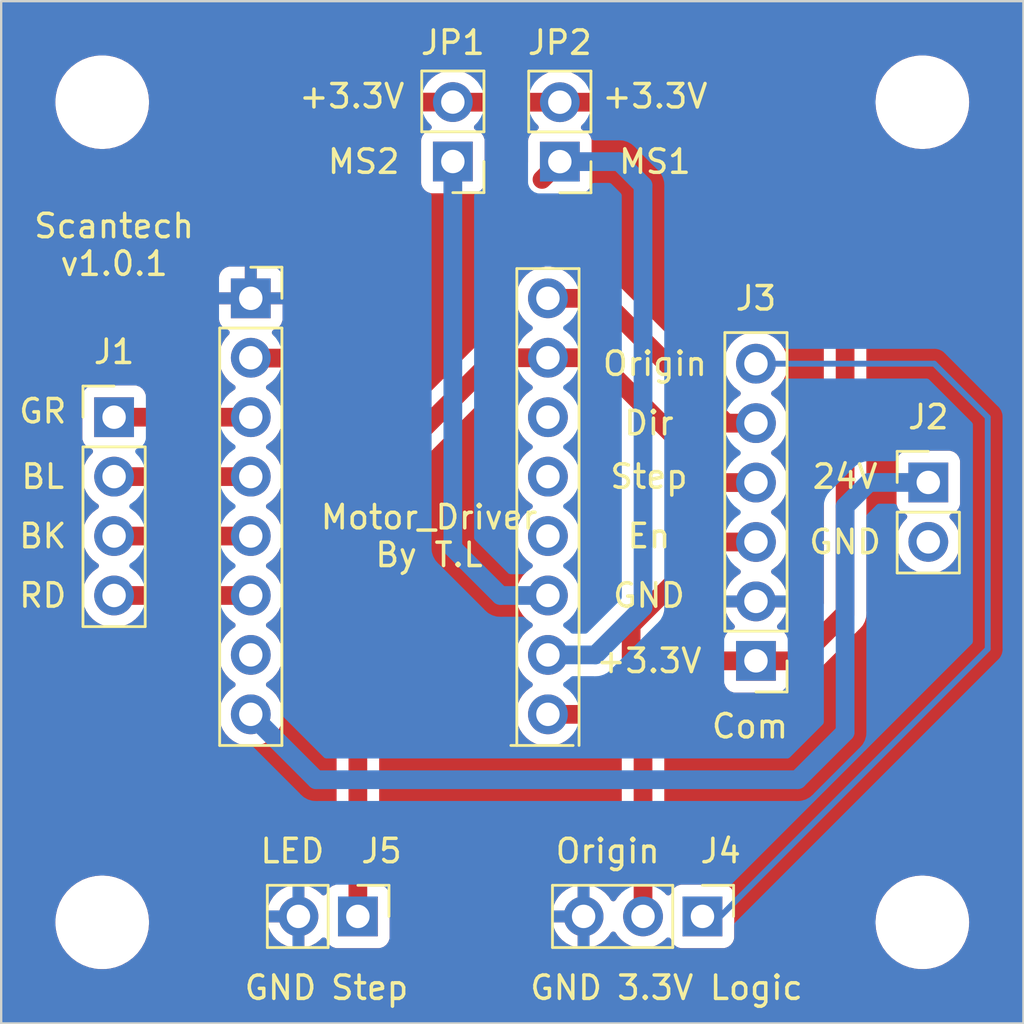
<source format=kicad_pcb>
(kicad_pcb (version 20221018) (generator pcbnew)
  (layers (0 "F.Cu" signal) (31 "B.Cu" signal) (34 "B.Paste" user) (35 "F.Paste" user) (36 "B.SilkS" user "B.Silkscreen") (37 "F.SilkS" user "F.Silkscreen") (38 "B.Mask" user) (39 "F.Mask" user) (44 "Edge.Cuts" user))
  (net 0 "")
  (net 1 "+3.3V")
  (net 2 "GND")
  (net 3 "Net-(J1-Pin_1)")
  (net 4 "Net-(J1-Pin_2)")
  (net 5 "Net-(J1-Pin_3)")
  (net 6 "Net-(J1-Pin_4)")
  (net 7 "Net-(J2-Pin_1)")
  (net 8 "Net-(J2-Pin_2)")
  (net 9 "Net-(J3-Pin_3)")
  (net 10 "Net-(J3-Pin_4)")
  (net 11 "Net-(J3-Pin_5)")
  (net 12 "Net-(J3-Pin_6)")
  (net 13 "Net-(JP1-A)")
  (net 14 "Net-(JP2-A)")
  (footprint "Connector_PinHeader_2.54mm:PinHeader_1x02_P2.54mm_Vertical" (layer "F.Cu") (at 198.628 97.028 180)
    (fp_text reference "JP2" (at 0 5.085) (layer "F.SilkS"))
    (fp_text value "Jumper_2_Open" hide)
    (fp_line (start -1.33 -1.33) (end 0 -1.33) (stroke (width 0.12)) (layer "F.SilkS"))
    (fp_line (start -1.33 0) (end -1.33 -1.33) (stroke (width 0.12)) (layer "F.SilkS"))
    (fp_line (start -1.33 1.27) (end -1.33 3.87) (stroke (width 0.12)) (layer "F.SilkS"))
    (fp_line (start -1.33 1.27) (end 1.33 1.27) (stroke (width 0.12)) (layer "F.SilkS"))
    (fp_line (start -1.33 3.87) (end 1.33 3.87) (stroke (width 0.12)) (layer "F.SilkS"))
    (fp_line (start 1.33 1.27) (end 1.33 3.87) (stroke (width 0.12)) (layer "F.SilkS"))
    (pad "1" thru_hole rect (at 0 0 180) (size 1.7 1.7) (drill 1) (layers "*.Cu" "*.Mask") (net 14 "Net-(JP2-A)"))
    (pad "2" thru_hole oval (at 0 2.54 180) (size 1.7 1.7) (drill 1) (layers "*.Cu" "*.Mask") (net 1 "+3.3V"))
  )
  (footprint "Connector_PinHeader_2.54mm:PinHeader_1x02_P2.54mm_Vertical" (layer "F.Cu") (at 189.997 129.286 -90)
    (fp_text reference "J5" (at -2.794 -1.011 180) (layer "F.SilkS"))
    (fp_text value "Conn_01x02" hide)
    (fp_line (start -1.33 -1.33) (end 0 -1.33) (stroke (width 0.12)) (layer "F.SilkS"))
    (fp_line (start -1.33 0) (end -1.33 -1.33) (stroke (width 0.12)) (layer "F.SilkS"))
    (fp_line (start -1.33 1.27) (end -1.33 3.87) (stroke (width 0.12)) (layer "F.SilkS"))
    (fp_line (start -1.33 1.27) (end 1.33 1.27) (stroke (width 0.12)) (layer "F.SilkS"))
    (fp_line (start -1.33 3.87) (end 1.33 3.87) (stroke (width 0.12)) (layer "F.SilkS"))
    (fp_line (start 1.33 1.27) (end 1.33 3.87) (stroke (width 0.12)) (layer "F.SilkS"))
    (pad "1" thru_hole rect (at 0 0 270) (size 1.7 1.7) (drill 1) (layers "*.Cu" "*.Mask") (net 10 "Net-(J3-Pin_4)"))
    (pad "2" thru_hole oval (at 0 2.54 270) (size 1.7 1.7) (drill 1) (layers "*.Cu" "*.Mask") (net 2 "GND"))
  )
  (footprint "Connector_PinHeader_2.54mm:PinHeader_1x06_P2.54mm_Vertical" (layer "F.Cu") (at 207.01 118.364 180)
    (fp_text reference "J3" (at 0 15.494) (layer "F.SilkS"))
    (fp_text value "Conn_01x06" hide)
    (fp_line (start -1.33 -1.33) (end 0 -1.33) (stroke (width 0.12)) (layer "F.SilkS"))
    (fp_line (start -1.33 0) (end -1.33 -1.33) (stroke (width 0.12)) (layer "F.SilkS"))
    (fp_line (start -1.33 1.27) (end -1.33 14.03) (stroke (width 0.12)) (layer "F.SilkS"))
    (fp_line (start -1.33 1.27) (end 1.33 1.27) (stroke (width 0.12)) (layer "F.SilkS"))
    (fp_line (start -1.33 14.03) (end 1.33 14.03) (stroke (width 0.12)) (layer "F.SilkS"))
    (fp_line (start 1.33 1.27) (end 1.33 14.03) (stroke (width 0.12)) (layer "F.SilkS"))
    (pad "1" thru_hole rect (at 0 0 180) (size 1.7 1.7) (drill 1) (layers "*.Cu" "*.Mask") (net 1 "+3.3V"))
    (pad "2" thru_hole oval (at 0 2.54 180) (size 1.7 1.7) (drill 1) (layers "*.Cu" "*.Mask") (net 2 "GND"))
    (pad "3" thru_hole oval (at 0 5.08 180) (size 1.7 1.7) (drill 1) (layers "*.Cu" "*.Mask") (net 9 "Net-(J3-Pin_3)"))
    (pad "4" thru_hole oval (at 0 7.62 180) (size 1.7 1.7) (drill 1) (layers "*.Cu" "*.Mask") (net 10 "Net-(J3-Pin_4)"))
    (pad "5" thru_hole oval (at 0 10.16 180) (size 1.7 1.7) (drill 1) (layers "*.Cu" "*.Mask") (net 11 "Net-(J3-Pin_5)"))
    (pad "6" thru_hole oval (at 0 12.7 180) (size 1.7 1.7) (drill 1) (layers "*.Cu" "*.Mask") (net 12 "Net-(J3-Pin_6)"))
  )
  (footprint "Connector_PinHeader_2.54mm:PinHeader_1x02_P2.54mm_Vertical" (layer "F.Cu") (at 194.056 97.023 180)
    (fp_text reference "JP1" (at 0 5.08) (layer "F.SilkS"))
    (fp_text value "Jumper_2_Open" hide)
    (fp_line (start -1.33 -1.33) (end 0 -1.33) (stroke (width 0.12)) (layer "F.SilkS"))
    (fp_line (start -1.33 0) (end -1.33 -1.33) (stroke (width 0.12)) (layer "F.SilkS"))
    (fp_line (start -1.33 1.27) (end -1.33 3.87) (stroke (width 0.12)) (layer "F.SilkS"))
    (fp_line (start -1.33 1.27) (end 1.33 1.27) (stroke (width 0.12)) (layer "F.SilkS"))
    (fp_line (start -1.33 3.87) (end 1.33 3.87) (stroke (width 0.12)) (layer "F.SilkS"))
    (fp_line (start 1.33 1.27) (end 1.33 3.87) (stroke (width 0.12)) (layer "F.SilkS"))
    (pad "1" thru_hole rect (at 0 0 180) (size 1.7 1.7) (drill 1) (layers "*.Cu" "*.Mask") (net 13 "Net-(JP1-A)"))
    (pad "2" thru_hole oval (at 0 2.54 180) (size 1.7 1.7) (drill 1) (layers "*.Cu" "*.Mask") (net 1 "+3.3V"))
  )
  (footprint "MountingHole:MountingHole_3.5mm" (layer "F.Cu") (at 179.07 94.488)
    (fp_text reference "REF**" hide)
    (fp_text value "MountingHole_3.5mm" hide)
    (pad "" np_thru_hole circle (at 0 0) (size 3.5 3.5) (drill 3.5) (layers "*.Cu" "*.Mask"))
  )
  (footprint "Connector_PinHeader_2.54mm:PinHeader_1x04_P2.54mm_Vertical" (layer "F.Cu") (at 179.578 107.95)
    (fp_text reference "J1" (at 0 -2.794) (layer "F.SilkS"))
    (fp_text value "Conn_01x04" hide)
    (fp_line (start -1.33 -1.33) (end 0 -1.33) (stroke (width 0.12)) (layer "F.SilkS"))
    (fp_line (start -1.33 0) (end -1.33 -1.33) (stroke (width 0.12)) (layer "F.SilkS"))
    (fp_line (start -1.33 1.27) (end -1.33 8.95) (stroke (width 0.12)) (layer "F.SilkS"))
    (fp_line (start -1.33 1.27) (end 1.33 1.27) (stroke (width 0.12)) (layer "F.SilkS"))
    (fp_line (start -1.33 8.95) (end 1.33 8.95) (stroke (width 0.12)) (layer "F.SilkS"))
    (fp_line (start 1.33 1.27) (end 1.33 8.95) (stroke (width 0.12)) (layer "F.SilkS"))
    (pad "1" thru_hole rect (at 0 0) (size 1.7 1.7) (drill 1) (layers "*.Cu" "*.Mask") (net 3 "Net-(J1-Pin_1)"))
    (pad "2" thru_hole oval (at 0 2.54) (size 1.7 1.7) (drill 1) (layers "*.Cu" "*.Mask") (net 4 "Net-(J1-Pin_2)"))
    (pad "3" thru_hole oval (at 0 5.08) (size 1.7 1.7) (drill 1) (layers "*.Cu" "*.Mask") (net 5 "Net-(J1-Pin_3)"))
    (pad "4" thru_hole oval (at 0 7.62) (size 1.7 1.7) (drill 1) (layers "*.Cu" "*.Mask") (net 6 "Net-(J1-Pin_4)"))
  )
  (footprint "MountingHole:MountingHole_3.5mm" (layer "F.Cu") (at 214.122 129.54)
    (fp_text reference "REF**" hide)
    (fp_text value "MountingHole_3.5mm" hide)
    (pad "" np_thru_hole circle (at 0 0) (size 3.5 3.5) (drill 3.5) (layers "*.Cu" "*.Mask"))
  )
  (footprint "LibraryFootprint:Motor_driver_holder" (layer "F.Cu") (at 185.42 102.87)
    (fp_text reference "U1" hide)
    (fp_text value "TMC2209" hide)
    (fp_line (start -1.33 1.27) (end -1.33 19.11) (stroke (width 0.12)) (layer "F.SilkS"))
    (fp_line (start -1.33 1.27) (end 1.33 1.27) (stroke (width 0.12)) (layer "F.SilkS"))
    (fp_line (start -1.33 19.11) (end 1.33 19.11) (stroke (width 0.12)) (layer "F.SilkS"))
    (fp_line (start 0 -1.33) (end 1.33 -1.33) (stroke (width 0.12)) (layer "F.SilkS"))
    (fp_line (start 1.33 -1.33) (end 1.33 0) (stroke (width 0.12)) (layer "F.SilkS"))
    (fp_line (start 1.33 1.27) (end 1.33 19.11) (stroke (width 0.12)) (layer "F.SilkS"))
    (fp_line (start 11.116 19.11) (end 13.776 19.11) (stroke (width 0.12)) (layer "F.SilkS"))
    (fp_line (start 11.37 -1.27) (end 11.37 19.11) (stroke (width 0.12)) (layer "F.SilkS"))
    (fp_line (start 11.37 -1.27) (end 14.03 -1.27) (stroke (width 0.12)) (layer "F.SilkS"))
    (fp_line (start 14.03 -1.27) (end 14.03 19.11) (stroke (width 0.12)) (layer "F.SilkS"))
    (pad "1" thru_hole rect (at 0 0) (size 1.7 1.7) (drill 1) (layers "*.Cu" "*.Mask") (net 2 "GND"))
    (pad "2" thru_hole oval (at 0 2.54) (size 1.7 1.7) (drill 1) (layers "*.Cu" "*.Mask") (net 1 "+3.3V"))
    (pad "3" thru_hole oval (at 0 5.08) (size 1.7 1.7) (drill 1) (layers "*.Cu" "*.Mask") (net 3 "Net-(J1-Pin_1)"))
    (pad "4" thru_hole oval (at 0 7.62) (size 1.7 1.7) (drill 1) (layers "*.Cu" "*.Mask") (net 4 "Net-(J1-Pin_2)"))
    (pad "5" thru_hole oval (at 0 10.16) (size 1.7 1.7) (drill 1) (layers "*.Cu" "*.Mask") (net 5 "Net-(J1-Pin_3)"))
    (pad "6" thru_hole oval (at 0 12.7) (size 1.7 1.7) (drill 1) (layers "*.Cu" "*.Mask") (net 6 "Net-(J1-Pin_4)"))
    (pad "7" thru_hole oval (at 0 15.24) (size 1.7 1.7) (drill 1) (layers "*.Cu" "*.Mask") (net 8 "Net-(J2-Pin_2)"))
    (pad "8" thru_hole oval (at 0 17.78) (size 1.7 1.7) (drill 1) (layers "*.Cu" "*.Mask") (net 7 "Net-(J2-Pin_1)"))
    (pad "9" thru_hole circle (at 12.7 0) (size 1.7 1.7) (drill 1) (layers "*.Cu" "*.Mask") (net 11 "Net-(J3-Pin_5)"))
    (pad "10" thru_hole oval (at 12.7 2.54) (size 1.7 1.7) (drill 1) (layers "*.Cu" "*.Mask") (net 10 "Net-(J3-Pin_4)"))
    (pad "11" thru_hole oval (at 12.7 5.08) (size 1.7 1.7) (drill 1) (layers "*.Cu" "*.Mask"))
    (pad "12" thru_hole oval (at 12.7 7.62) (size 1.7 1.7) (drill 1) (layers "*.Cu" "*.Mask"))
    (pad "13" thru_hole oval (at 12.7 10.16) (size 1.7 1.7) (drill 1) (layers "*.Cu" "*.Mask"))
    (pad "14" thru_hole oval (at 12.7 12.7) (size 1.7 1.7) (drill 1) (layers "*.Cu" "*.Mask") (net 13 "Net-(JP1-A)"))
    (pad "15" thru_hole oval (at 12.7 15.24) (size 1.7 1.7) (drill 1) (layers "*.Cu" "*.Mask") (net 14 "Net-(JP2-A)"))
    (pad "16" thru_hole oval (at 12.7 17.78) (size 1.7 1.7) (drill 1) (layers "*.Cu" "*.Mask") (net 9 "Net-(J3-Pin_3)"))
  )
  (footprint "Connector_PinHeader_2.54mm:PinHeader_1x02_P2.54mm_Vertical" (layer "F.Cu") (at 214.376 110.739)
    (fp_text reference "J2" (at 0 -2.794 180) (layer "F.SilkS"))
    (fp_text value "Conn_01x02" hide)
    (fp_line (start -1.33 -1.33) (end 0 -1.33) (stroke (width 0.12)) (layer "F.SilkS"))
    (fp_line (start -1.33 0) (end -1.33 -1.33) (stroke (width 0.12)) (layer "F.SilkS"))
    (fp_line (start -1.33 1.27) (end -1.33 3.87) (stroke (width 0.12)) (layer "F.SilkS"))
    (fp_line (start -1.33 1.27) (end 1.33 1.27) (stroke (width 0.12)) (layer "F.SilkS"))
    (fp_line (start -1.33 3.87) (end 1.33 3.87) (stroke (width 0.12)) (layer "F.SilkS"))
    (fp_line (start 1.33 1.27) (end 1.33 3.87) (stroke (width 0.12)) (layer "F.SilkS"))
    (pad "1" thru_hole rect (at 0 0) (size 1.7 1.7) (drill 1) (layers "*.Cu" "*.Mask") (net 7 "Net-(J2-Pin_1)"))
    (pad "2" thru_hole oval (at 0 2.54) (size 1.7 1.7) (drill 1) (layers "*.Cu" "*.Mask") (net 8 "Net-(J2-Pin_2)"))
  )
  (footprint "MountingHole:MountingHole_3.5mm" (layer "F.Cu") (at 179.07 129.54)
    (fp_text reference "REF**" hide)
    (fp_text value "MountingHole_3.5mm" hide)
    (pad "" np_thru_hole circle (at 0 0) (size 3.5 3.5) (drill 3.5) (layers "*.Cu" "*.Mask"))
  )
  (footprint "Connector_PinHeader_2.54mm:PinHeader_1x03_P2.54mm_Vertical" (layer "F.Cu") (at 204.724 129.286 -90)
    (fp_text reference "J4" (at -2.794 -0.777) (layer "F.SilkS"))
    (fp_text value "Conn_01x03" hide)
    (fp_line (start -1.33 -1.33) (end 0 -1.33) (stroke (width 0.12)) (layer "F.SilkS"))
    (fp_line (start -1.33 0) (end -1.33 -1.33) (stroke (width 0.12)) (layer "F.SilkS"))
    (fp_line (start -1.33 1.27) (end -1.33 6.41) (stroke (width 0.12)) (layer "F.SilkS"))
    (fp_line (start -1.33 1.27) (end 1.33 1.27) (stroke (width 0.12)) (layer "F.SilkS"))
    (fp_line (start -1.33 6.41) (end 1.33 6.41) (stroke (width 0.12)) (layer "F.SilkS"))
    (fp_line (start 1.33 1.27) (end 1.33 6.41) (stroke (width 0.12)) (layer "F.SilkS"))
    (pad "1" thru_hole rect (at 0 0 270) (size 1.7 1.7) (drill 1) (layers "*.Cu" "*.Mask") (net 12 "Net-(J3-Pin_6)"))
    (pad "2" thru_hole oval (at 0 2.54 270) (size 1.7 1.7) (drill 1) (layers "*.Cu" "*.Mask") (net 1 "+3.3V"))
    (pad "3" thru_hole oval (at 0 5.08 270) (size 1.7 1.7) (drill 1) (layers "*.Cu" "*.Mask") (net 2 "GND"))
  )
  (footprint "MountingHole:MountingHole_3.5mm" (layer "F.Cu") (at 214.122 94.488)
    (fp_text reference "REF**" hide)
    (fp_text value "MountingHole_3.5mm" hide)
    (pad "" np_thru_hole circle (at 0 0) (size 3.5 3.5) (drill 3.5) (layers "*.Cu" "*.Mask"))
  )
  (gr_rect (start 174.752 90.17) (end 218.44 133.858) (stroke (width 0.1)) (fill none) (layer "Edge.Cuts"))
  (gr_text "MS1\n" (at 202.692 97.028) (layer "F.SilkS") (effects (font (size 1 1))))
  (gr_text "GND" (at 210.82 113.284) (layer "F.SilkS") (effects (font (size 1 1))))
  (gr_text "3.3V\n" (at 202.707 132.334) (layer "F.SilkS") (effects (font (size 1 1))))
  (gr_text "Origin" (at 200.675 126.492) (layer "F.SilkS") (effects (font (size 1 1))))
  (gr_text "GND\n" (at 186.69 132.334) (layer "F.SilkS") (effects (font (size 1 1))))
  (gr_text "+3.3V" (at 202.438 118.364) (layer "F.SilkS") (effects (font (size 1 1))))
  (gr_text "Com" (at 206.756 121.158) (layer "F.SilkS") (effects (font (size 1 1))))
  (gr_text "Origin\n" (at 202.692 105.664) (layer "F.SilkS") (effects (font (size 1 1))))
  (gr_text "GND\n" (at 198.897 132.334) (layer "F.SilkS") (effects (font (size 1 1))))
  (gr_text "+3.3V" (at 189.738 94.234) (layer "F.SilkS") (effects (font (size 1 1))))
  (gr_text "Dir" (at 202.438 108.204) (layer "F.SilkS") (effects (font (size 1 1))))
  (gr_text "Scantech\nv1.0.1\n" (at 179.578 100.584) (layer "F.SilkS") (effects (font (size 1 1))))
  (gr_text "En\n" (at 202.438 113.03) (layer "F.SilkS") (effects (font (size 1 1))))
  (gr_text "BK\n" (at 176.53 113.03) (layer "F.SilkS") (effects (font (size 1 1))))
  (gr_text "MS2" (at 190.246 97.028) (layer "F.SilkS") (effects (font (size 1 1))))
  (gr_text "GND" (at 202.438 115.57) (layer "F.SilkS") (effects (font (size 1 1))))
  (gr_text "GR" (at 176.53 107.696) (layer "F.SilkS") (effects (font (size 1 1))))
  (gr_text "LED" (at 187.198 126.492) (layer "F.SilkS") (effects (font (size 1 1))))
  (gr_text "24V" (at 210.82 110.49) (layer "F.SilkS") (effects (font (size 1 1))))
  (gr_text "BL\n" (at 176.53 110.49) (layer "F.SilkS") (effects (font (size 1 1))))
  (gr_text "Step" (at 202.438 110.49) (layer "F.SilkS") (effects (font (size 1 1))))
  (gr_text "Step" (at 190.5 132.334) (layer "F.SilkS") (effects (font (size 1 1))))
  (gr_text "RD" (at 176.53 115.57) (layer "F.SilkS") (effects (font (size 1 1))))
  (gr_text "+3.3V" (at 202.692 94.234) (layer "F.SilkS") (effects (font (size 1 1))))
  (gr_text "Logic\n" (at 207.025 132.334) (layer "F.SilkS") (effects (font (size 1 1))))
  (gr_text "Motor_Driver\nBy T.L" (at 193.04 113.03) (layer "F.SilkS") (effects (font (size 1 1))))
  (segment (start 190.5 103.886) (end 188.961 105.425) (width 0.8) (layer "F.Cu") (net 1))
  (segment (start 190.5 95.758) (end 190.5 103.886) (width 0.8) (layer "F.Cu") (net 1))
  (segment (start 204.978 118.364) (end 202.184 121.158) (width 0.8) (layer "F.Cu") (net 1))
  (segment (start 207.01 118.364) (end 204.978 118.364) (width 0.8) (layer "F.Cu") (net 1))
  (segment (start 208.788 118.364) (end 210.82 116.332) (width 0.8) (layer "F.Cu") (net 1))
  (segment (start 194.056 94.483) (end 191.775 94.483) (width 0.8) (layer "F.Cu") (net 1))
  (segment (start 203.962 94.488) (end 198.628 94.488) (width 0.8) (layer "F.Cu") (net 1))
  (segment (start 191.775 94.483) (end 190.5 95.758) (width 0.8) (layer "F.Cu") (net 1))
  (segment (start 198.628 94.488) (end 194.061 94.488) (width 0.8) (layer "F.Cu") (net 1))
  (segment (start 210.82 101.346) (end 203.962 94.488) (width 0.8) (layer "F.Cu") (net 1))
  (segment (start 194.061 94.488) (end 194.056 94.483) (width 0.8) (layer "F.Cu") (net 1))
  (segment (start 188.961 105.425) (end 185.42 105.425) (width 0.8) (layer "F.Cu") (net 1))
  (segment (start 207.01 118.364) (end 208.788 118.364) (width 0.8) (layer "F.Cu") (net 1))
  (segment (start 210.82 116.332) (end 210.82 101.346) (width 0.8) (layer "F.Cu") (net 1))
  (segment (start 202.184 121.158) (end 202.184 129.286) (width 0.8) (layer "F.Cu") (net 1))
  (segment (start 185.405 107.95) (end 185.42 107.965) (width 0.8) (layer "F.Cu") (net 3))
  (segment (start 179.578 107.95) (end 185.405 107.95) (width 0.8) (layer "F.Cu") (net 3))
  (segment (start 179.578 110.49) (end 185.405 110.49) (width 0.8) (layer "F.Cu") (net 4))
  (segment (start 185.405 110.49) (end 185.42 110.505) (width 0.8) (layer "F.Cu") (net 4))
  (segment (start 185.405 113.03) (end 185.42 113.045) (width 0.8) (layer "F.Cu") (net 5))
  (segment (start 179.578 113.03) (end 185.405 113.03) (width 0.8) (layer "F.Cu") (net 5))
  (segment (start 179.578 115.57) (end 185.405 115.57) (width 0.8) (layer "F.Cu") (net 6))
  (segment (start 185.405 115.57) (end 185.42 115.585) (width 0.8) (layer "F.Cu") (net 6))
  (segment (start 214.376 110.739) (end 211.841 110.739) (width 0.8) (layer "B.Cu") (net 7))
  (segment (start 211.841 110.739) (end 210.82 111.76) (width 0.8) (layer "B.Cu") (net 7))
  (segment (start 188.214 123.444) (end 185.42 120.65) (width 0.8) (layer "B.Cu") (net 7))
  (segment (start 210.82 111.76) (end 210.82 121.412) (width 0.8) (layer "B.Cu") (net 7))
  (segment (start 210.82 121.412) (end 208.788 123.444) (width 0.8) (layer "B.Cu") (net 7))
  (segment (start 208.788 123.444) (end 188.214 123.444) (width 0.8) (layer "B.Cu") (net 7))
  (segment (start 201.676 119.126) (end 201.676 116.84) (width 0.8) (layer "F.Cu") (net 9))
  (segment (start 201.676 116.84) (end 205.232 113.284) (width 0.8) (layer "F.Cu") (net 9))
  (segment (start 205.232 113.284) (end 207.01 113.284) (width 0.8) (layer "F.Cu") (net 9))
  (segment (start 198.12 120.65) (end 200.152 120.65) (width 0.8) (layer "F.Cu") (net 9))
  (segment (start 200.152 120.65) (end 201.676 119.126) (width 0.8) (layer "F.Cu") (net 9))
  (segment (start 200.152 105.41) (end 198.12 105.41) (width 0.8) (layer "F.Cu") (net 10))
  (segment (start 198.12 105.41) (end 195.834 105.41) (width 0.8) (layer "F.Cu") (net 10))
  (segment (start 195.834 105.41) (end 189.997 111.247) (width 0.8) (layer "F.Cu") (net 10))
  (segment (start 205.486 110.744) (end 200.152 105.41) (width 0.8) (layer "F.Cu") (net 10))
  (segment (start 189.997 111.247) (end 189.997 129.286) (width 0.8) (layer "F.Cu") (net 10))
  (segment (start 206.527 110.769) (end 206.502 110.744) (width 0.8) (layer "F.Cu") (net 10))
  (segment (start 207.01 110.744) (end 205.486 110.744) (width 0.8) (layer "F.Cu") (net 10))
  (segment (start 207.01 108.204) (end 205.74 108.204) (width 0.8) (layer "F.Cu") (net 11))
  (segment (start 205.74 108.204) (end 200.406 102.87) (width 0.8) (layer "F.Cu") (net 11))
  (segment (start 200.406 102.87) (end 198.12 102.87) (width 0.8) (layer "F.Cu") (net 11))
  (segment (start 205.486 129.286) (end 204.724 129.286) (width 0.25) (layer "B.Cu") (net 12))
  (segment (start 214.63 105.664) (end 216.916 107.95) (width 0.25) (layer "B.Cu") (net 12))
  (segment (start 207.01 105.664) (end 214.63 105.664) (width 0.25) (layer "B.Cu") (net 12))
  (segment (start 216.916 107.95) (end 216.916 117.856) (width 0.25) (layer "B.Cu") (net 12))
  (segment (start 216.916 117.856) (end 205.486 129.286) (width 0.25) (layer "B.Cu") (net 12))
  (segment (start 194.056 97.023) (end 194.056 113.538) (width 0.8) (layer "B.Cu") (net 13))
  (segment (start 196.088 115.57) (end 198.12 115.57) (width 0.8) (layer "B.Cu") (net 13))
  (segment (start 194.056 113.538) (end 196.088 115.57) (width 0.8) (layer "B.Cu") (net 13))
  (segment (start 198.628 97.028) (end 197.866 97.79) (width 0.8) (layer "F.Cu") (net 14))
  (segment (start 202.184 116.078) (end 200.152 118.11) (width 0.8) (layer "B.Cu") (net 14))
  (segment (start 198.628 97.028) (end 201.168 97.028) (width 0.8) (layer "B.Cu") (net 14))
  (segment (start 201.168 97.028) (end 202.184 98.044) (width 0.8) (layer "B.Cu") (net 14))
  (segment (start 202.184 98.044) (end 202.184 116.078) (width 0.8) (layer "B.Cu") (net 14))
  (segment (start 200.152 118.11) (end 198.12 118.11) (width 0.8) (layer "B.Cu") (net 14))
  (zone (net 2) (net_name "GND") (layers "F&B.Cu") (connect_pads (clearance 0.508)) (min_thickness 0.254) (fill yes (thermal_gap 0.508) (thermal_bridge_width 0.508))
    (polygon (pts (xy 218.44 133.858) (xy 174.752 133.858) (xy 174.752 90.17) (xy 218.44 90.17)))
  )
)
</source>
